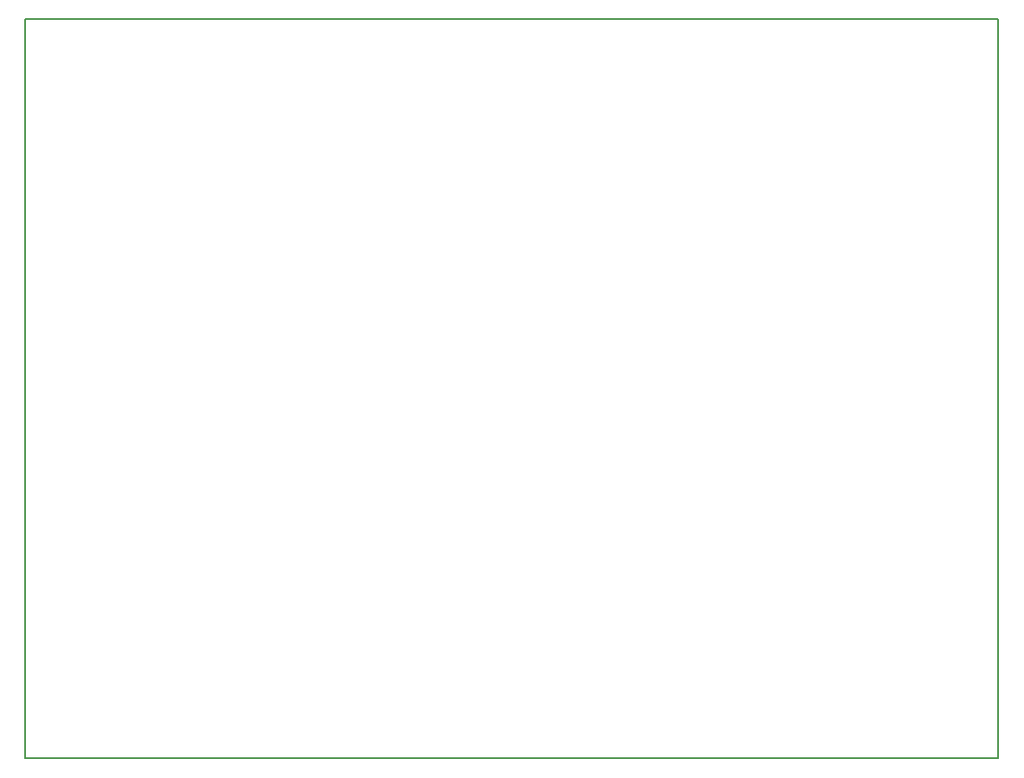
<source format=gbr>
G04 #@! TF.GenerationSoftware,KiCad,Pcbnew,(5.0.1)-3*
G04 #@! TF.CreationDate,2018-11-20T19:11:30+01:00*
G04 #@! TF.ProjectId,WeatherClock,57656174686572436C6F636B2E6B6963,rev?*
G04 #@! TF.SameCoordinates,Original*
G04 #@! TF.FileFunction,Profile,NP*
%FSLAX46Y46*%
G04 Gerber Fmt 4.6, Leading zero omitted, Abs format (unit mm)*
G04 Created by KiCad (PCBNEW (5.0.1)-3) date 20.11.2018 19:11:30*
%MOMM*%
%LPD*%
G01*
G04 APERTURE LIST*
%ADD10C,0.200000*%
G04 APERTURE END LIST*
D10*
X96520000Y-135890000D02*
X191770000Y-135890000D01*
X96520000Y-63500000D02*
X96520000Y-135890000D01*
X191770000Y-63500000D02*
X191770000Y-135890000D01*
X96520000Y-63500000D02*
X191770000Y-63500000D01*
M02*

</source>
